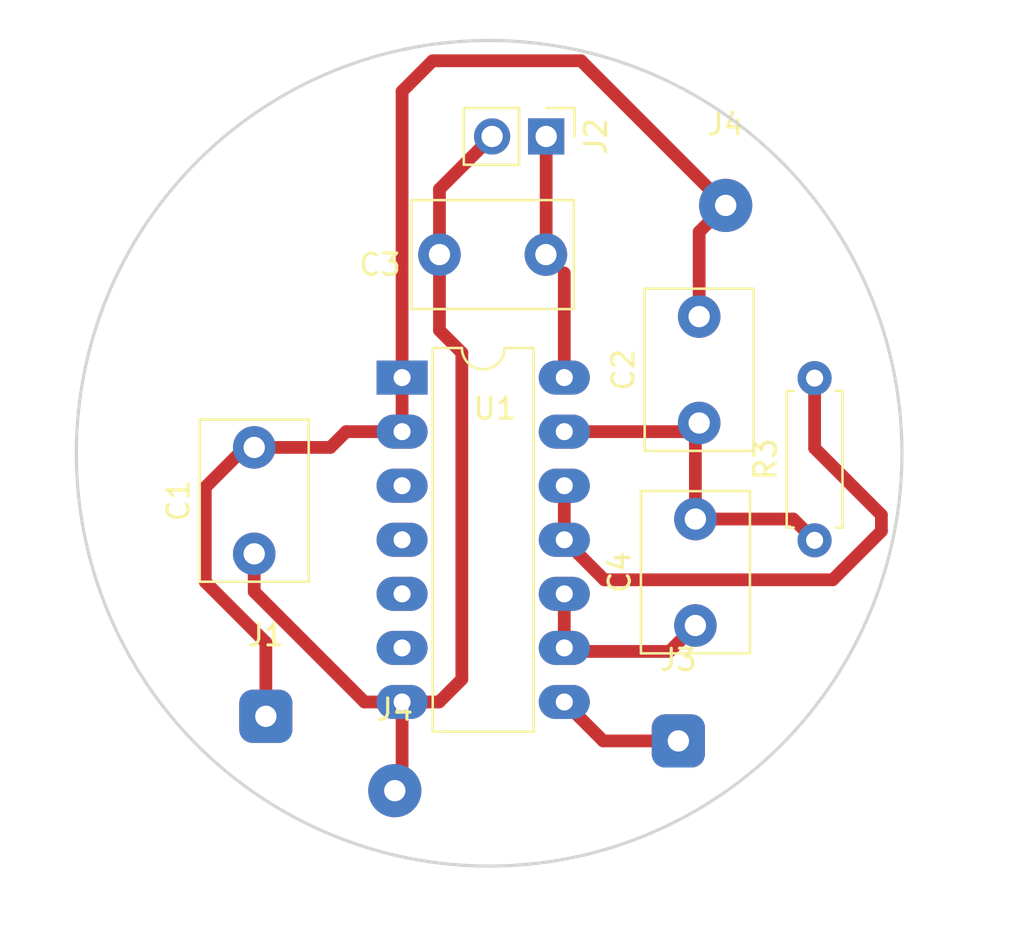
<source format=kicad_pcb>
(kicad_pcb (version 20211014) (generator pcbnew)
  (layers (0 "F.Cu" signal) (31 "B.Cu" signal) (34 "B.Paste" user) (35 "F.Paste" user) (36 "B.SilkS" user "B.Silkscreen") (37 "F.SilkS" user "F.Silkscreen") (38 "B.Mask" user) (39 "F.Mask" user) (44 "Edge.Cuts" user))
  (net 0 "")
  (net 1 "Net-(C1-Pad1)")
  (net 2 "Net-(C2-Pad1)")
  (net 3 "Net-(C2-Pad2)")
  (net 4 "GND")
  (net 5 "VCC")
  (net 6 "Net-(C4-Pad1)")
  (net 7 "Net-(J3-Pad1)")
  (net 8 "Net-(R2-Pad2)")
  (net 9 "Net-(R3-Pad2)")
  (footprint "Wire_Pads:SolderWirePad_single_1mmDrill" (layer "F.Cu") (at 127.762 107.95)
    (fp_text reference "J4" (at 0 -3.81) (layer "F.SilkS"))
    (fp_text value " ")
    (pad "1" thru_hole circle locked (at 0 0) (size 2.49936 2.49936) (drill 1.00076) (layers *.Cu *.Mask) (net 4 "GND"))
  )
  (footprint "Wire_Pads:SolderWirePad_single_1mmDrill" (layer "F.Cu") (at 143.3068 80.4545)
    (fp_text reference "J4" (at 0 -3.81) (layer "F.SilkS"))
    (fp_text value " ")
    (pad "1" thru_hole circle locked (at 0 0) (size 2.49936 2.49936) (drill 1.00076) (layers *.Cu *.Mask) (net 3 "Net-(C2-Pad2)"))
  )
  (footprint "Capacitors_ThroughHole:C_Disc_D7.5mm_W5.0mm_P5.00mm" (layer "F.Cu") (at 121.158 96.8248 90)
    (fp_text reference "C1" (at 2.5 -3.56 90) (layer "F.SilkS"))
    (fp_text value "10pF")
    (fp_line (start -1.31 -2.56) (end 6.31 -2.56) (layer "F.SilkS") (width 0.12))
    (fp_line (start -1.31 -2.56) (end -1.31 2.56) (layer "F.SilkS") (width 0.12))
    (fp_line (start 6.31 -2.56) (end 6.31 2.56) (layer "F.SilkS") (width 0.12))
    (fp_line (start -1.31 2.56) (end 6.31 2.56) (layer "F.SilkS") (width 0.12))
    (pad "1" thru_hole circle locked (at 0 0 90) (size 2 2) (drill 1) (layers *.Cu *.Mask) (net 4 "GND"))
    (pad "2" thru_hole circle locked (at 5 0 90) (size 2 2) (drill 1) (layers *.Cu *.Mask) (net 3 "Net-(C2-Pad2)"))
  )
  (footprint "Capacitors_ThroughHole:C_Disc_D7.5mm_W5.0mm_P5.00mm" (layer "F.Cu") (at 142.0622 90.678 90)
    (fp_text reference "C2" (at 2.5 -3.56 90) (layer "F.SilkS"))
    (fp_text value "33pF")
    (fp_line (start -1.31 -2.56) (end -1.31 2.56) (layer "F.SilkS") (width 0.12))
    (fp_line (start -1.31 2.56) (end 6.31 2.56) (layer "F.SilkS") (width 0.12))
    (fp_line (start 6.31 -2.56) (end 6.31 2.56) (layer "F.SilkS") (width 0.12))
    (fp_line (start -1.31 -2.56) (end 6.31 -2.56) (layer "F.SilkS") (width 0.12))
    (pad "1" thru_hole circle locked (at 0 0 90) (size 2 2) (drill 1) (layers *.Cu *.Mask) (net 2 "Net-(C2-Pad1)"))
    (pad "2" thru_hole circle locked (at 5 0 90) (size 2 2) (drill 1) (layers *.Cu *.Mask) (net 3 "Net-(C2-Pad2)"))
  )
  (footprint "Capacitors_ThroughHole:C_Disc_D7.5mm_W5.0mm_P5.00mm" (layer "F.Cu") (at 134.8613 82.7659 180)
    (fp_text reference "C3" (at 7.7978 -0.4699 180) (layer "F.SilkS"))
    (fp_text value "100nF")
    (fp_line (start -1.31 2.56) (end 6.31 2.56) (layer "F.SilkS") (width 0.12))
    (fp_line (start 6.31 -2.56) (end 6.31 2.56) (layer "F.SilkS") (width 0.12))
    (fp_line (start -1.31 -2.56) (end 6.31 -2.56) (layer "F.SilkS") (width 0.12))
    (fp_line (start -1.31 -2.56) (end -1.31 2.56) (layer "F.SilkS") (width 0.12))
    (pad "1" thru_hole circle locked (at 0 0 180) (size 2 2) (drill 1) (layers *.Cu *.Mask) (net 5 "VCC"))
    (pad "2" thru_hole circle locked (at 5 0 180) (size 2 2) (drill 1) (layers *.Cu *.Mask) (net 4 "GND"))
  )
  (footprint "Capacitors_ThroughHole:C_Disc_D7.5mm_W5.0mm_P5.00mm" (layer "F.Cu") (at 141.8844 100.1903 90)
    (fp_text reference "C4" (at 2.5 -3.56 90) (layer "F.SilkS"))
    (fp_text value "10pF")
    (fp_line (start -1.31 -2.56) (end 6.31 -2.56) (layer "F.SilkS") (width 0.12))
    (fp_line (start 6.31 -2.56) (end 6.31 2.56) (layer "F.SilkS") (width 0.12))
    (fp_line (start -1.31 2.56) (end 6.31 2.56) (layer "F.SilkS") (width 0.12))
    (fp_line (start -1.31 -2.56) (end -1.31 2.56) (layer "F.SilkS") (width 0.12))
    (pad "1" thru_hole circle locked (at 0 0 90) (size 2 2) (drill 1) (layers *.Cu *.Mask) (net 6 "Net-(C4-Pad1)"))
    (pad "2" thru_hole circle locked (at 5 0 90) (size 2 2) (drill 1) (layers *.Cu *.Mask) (net 2 "Net-(C2-Pad1)"))
  )
  (footprint "Wire_Pads:SolderWirePad_single_1mmDrill" (layer "F.Cu") (at 121.7041 104.4575)
    (fp_text reference "J1" (at 0 -3.81) (layer "F.SilkS"))
    (fp_text value " ")
    (pad "1" thru_hole roundrect locked (at 0 0) (size 2.49936 2.49936) (drill 1.00076) (layers *.Cu *.Mask) (net 3 "Net-(C2-Pad2)"))
  )
  (footprint "Pin_Headers:Pin_Header_Straight_1x02_Pitch2.54mm" (layer "F.Cu") (at 134.874 77.216 -90)
    (fp_text reference "J2" (at 0 -2.33 -90) (layer "F.SilkS"))
    (fp_text value " ")
    (fp_line (start -1.33 0) (end -1.33 -1.33) (layer "F.SilkS") (width 0.12))
    (fp_line (start -1.33 3.87) (end 1.33 3.87) (layer "F.SilkS") (width 0.12))
    (fp_line (start -1.33 -1.33) (end 0 -1.33) (layer "F.SilkS") (width 0.12))
    (fp_line (start -1.33 1.27) (end 1.33 1.27) (layer "F.SilkS") (width 0.12))
    (fp_line (start 1.33 1.27) (end 1.33 3.87) (layer "F.SilkS") (width 0.12))
    (fp_line (start -1.33 1.27) (end -1.33 3.87) (layer "F.SilkS") (width 0.12))
    (pad "1" thru_hole rect locked (at 0 0 270) (size 1.7 1.7) (drill 1) (layers *.Cu *.Mask) (net 5 "VCC"))
    (pad "2" thru_hole oval locked (at 0 2.54 270) (size 1.7 1.7) (drill 1) (layers *.Cu *.Mask) (net 4 "GND"))
  )
  (footprint "Wire_Pads:SolderWirePad_single_1mmDrill" (layer "F.Cu") (at 141.0843 105.6132)
    (fp_text reference "J3" (at 0 -3.81) (layer "F.SilkS"))
    (fp_text value " ")
    (pad "1" thru_hole roundrect locked (at 0 0) (size 2.49936 2.49936) (drill 1.00076) (layers *.Cu *.Mask) (net 7 "Net-(J3-Pad1)"))
  )
  (footprint "Resistors_ThroughHole:R_Axial_DIN0207_L6.3mm_D2.5mm_P7.62mm_Horizontal" (layer "F.Cu") (at 147.4851 96.1898 90)
    (fp_text reference "R3" (at 3.81 -2.31 90) (layer "F.SilkS"))
    (fp_text value "1K")
    (fp_line (start 7.02 1.31) (end 7.02 0.98) (layer "F.SilkS") (width 0.12))
    (fp_line (start 0.6 1.31) (end 7.02 1.31) (layer "F.SilkS") (width 0.12))
    (fp_line (start 7.02 -1.31) (end 7.02 -0.98) (layer "F.SilkS") (width 0.12))
    (fp_line (start 0.6 0.98) (end 0.6 1.31) (layer "F.SilkS") (width 0.12))
    (fp_line (start 0.6 -1.31) (end 7.02 -1.31) (layer "F.SilkS") (width 0.12))
    (fp_line (start 0.6 -0.98) (end 0.6 -1.31) (layer "F.SilkS") (width 0.12))
    (pad "1" thru_hole circle locked (at 0 0 90) (size 1.6 1.6) (drill 0.8) (layers *.Cu *.Mask) (net 2 "Net-(C2-Pad1)"))
    (pad "2" thru_hole oval locked (at 7.62 0 90) (size 1.6 1.6) (drill 0.8) (layers *.Cu *.Mask) (net 9 "Net-(R3-Pad2)"))
  )
  (footprint "Housings_DIP:DIP-14_W7.62mm_LongPads" (layer "F.Cu") (at 128.1049 88.5444)
    (fp_text reference "U1" (at 4.3561 1.4478) (layer "F.SilkS"))
    (fp_text value "74HC04")
    (fp_line (start 2.81 -1.39) (end 1.44 -1.39) (layer "F.SilkS") (width 0.12))
    (fp_line (start 1.44 16.63) (end 6.18 16.63) (layer "F.SilkS") (width 0.12))
    (fp_line (start 1.44 -1.39) (end 1.44 16.63) (layer "F.SilkS") (width 0.12))
    (fp_line (start 6.18 16.63) (end 6.18 -1.39) (layer "F.SilkS") (width 0.12))
    (fp_line (start 6.18 -1.39) (end 4.81 -1.39) (layer "F.SilkS") (width 0.12))
    (fp_arc (start 4.81 -1.39) (mid 3.81 -0.39) (end 2.81 -1.39) (layer "F.SilkS") (width 0.12))
    (pad "1" thru_hole rect locked (at 0 0) (size 2.4 1.6) (drill 0.8) (layers *.Cu *.Mask) (net 3 "Net-(C2-Pad2)"))
    (pad "2" thru_hole oval locked (at 0 2.54) (size 2.4 1.6) (drill 0.8) (layers *.Cu *.Mask) (net 3 "Net-(C2-Pad2)"))
    (pad "3" thru_hole oval locked (at 0 5.08) (size 2.4 1.6) (drill 0.8) (layers *.Cu *.Mask) (net 1 "Net-(C1-Pad1)"))
    (pad "4" thru_hole oval locked (at 0 7.62) (size 2.4 1.6) (drill 0.8) (layers *.Cu *.Mask) (net 1 "Net-(C1-Pad1)"))
    (pad "5" thru_hole oval locked (at 0 10.16) (size 2.4 1.6) (drill 0.8) (layers *.Cu *.Mask) (net 8 "Net-(R2-Pad2)"))
    (pad "6" thru_hole oval locked (at 0 12.7) (size 2.4 1.6) (drill 0.8) (layers *.Cu *.Mask) (net 8 "Net-(R2-Pad2)"))
    (pad "7" thru_hole oval locked (at 0 15.24) (size 2.4 1.6) (drill 0.8) (layers *.Cu *.Mask) (net 4 "GND"))
    (pad "8" thru_hole oval locked (at 7.62 15.24) (size 2.4 1.6) (drill 0.8) (layers *.Cu *.Mask) (net 7 "Net-(J3-Pad1)"))
    (pad "9" thru_hole oval locked (at 7.62 12.7) (size 2.4 1.6) (drill 0.8) (layers *.Cu *.Mask) (net 6 "Net-(C4-Pad1)"))
    (pad "10" thru_hole oval locked (at 7.62 10.16) (size 2.4 1.6) (drill 0.8) (layers *.Cu *.Mask) (net 6 "Net-(C4-Pad1)"))
    (pad "11" thru_hole oval locked (at 7.62 7.62) (size 2.4 1.6) (drill 0.8) (layers *.Cu *.Mask) (net 9 "Net-(R3-Pad2)"))
    (pad "12" thru_hole oval locked (at 7.62 5.08) (size 2.4 1.6) (drill 0.8) (layers *.Cu *.Mask) (net 9 "Net-(R3-Pad2)"))
    (pad "13" thru_hole oval locked (at 7.62 2.54) (size 2.4 1.6) (drill 0.8) (layers *.Cu *.Mask) (net 2 "Net-(C2-Pad1)"))
    (pad "14" thru_hole oval locked (at 7.62 0) (size 2.4 1.6) (drill 0.8) (layers *.Cu *.Mask) (net 5 "VCC"))
  )
  (gr_circle (center 132.1943 92.1004) (end 151.587545 92.1004) (layer "Edge.Cuts") (width 0.15) (fill none))
  (segment (start 146.4856 95.1903) (end 147.4851 96.1898) (width 0.6) (layer "F.Cu") (net 2))
  (segment (start 141.8844 90.8558) (end 142.0622 90.678) (width 0.6) (layer "F.Cu") (net 2))
  (segment (start 141.6558 91.0844) (end 142.0622 90.678) (width 0.6) (layer "F.Cu") (net 2))
  (segment (start 135.7249 91.0844) (end 141.6558 91.0844) (width 0.6) (layer "F.Cu") (net 2))
  (segment (start 141.8844 95.1903) (end 141.8844 90.8558) (width 0.6) (layer "F.Cu") (net 2))
  (segment (start 141.8844 95.1903) (end 146.4856 95.1903) (width 0.6) (layer "F.Cu") (net 2))
  (segment (start 121.7041 100.9904) (end 118.8593 98.1456) (width 0.6) (layer "F.Cu") (net 3))
  (segment (start 118.8593 98.1456) (end 118.8593 93.7006) (width 0.6) (layer "F.Cu") (net 3))
  (segment (start 118.8593 93.7006) (end 120.7351 91.8248) (width 0.6) (layer "F.Cu") (net 3))
  (segment (start 120.7351 91.8248) (end 121.158 91.8248) (width 0.6) (layer "F.Cu") (net 3))
  (segment (start 124.7356 91.8248) (end 125.476 91.0844) (width 0.6) (layer "F.Cu") (net 3))
  (segment (start 125.476 91.0844) (end 128.1049 91.0844) (width 0.6) (layer "F.Cu") (net 3))
  (segment (start 142.0622 81.6991) (end 143.3068 80.4545) (width 0.6) (layer "F.Cu") (net 3))
  (segment (start 121.158 91.8248) (end 124.7356 91.8248) (width 0.6) (layer "F.Cu") (net 3))
  (segment (start 128.1049 75.0951) (end 128.1049 88.5444) (width 0.6) (layer "F.Cu") (net 3))
  (segment (start 142.0622 85.678) (end 142.0622 81.6991) (width 0.6) (layer "F.Cu") (net 3))
  (segment (start 143.3068 80.4545) (end 136.5123 73.66) (width 0.6) (layer "F.Cu") (net 3))
  (segment (start 128.1049 91.0844) (end 128.1049 88.5444) (width 0.6) (layer "F.Cu") (net 3))
  (segment (start 136.5123 73.66) (end 129.54 73.66) (width 0.6) (layer "F.Cu") (net 3))
  (segment (start 129.54 73.66) (end 128.1049 75.0951) (width 0.6) (layer "F.Cu") (net 3))
  (segment (start 121.7041 104.4575) (end 121.7041 100.9904) (width 0.6) (layer "F.Cu") (net 3))
  (segment (start 129.8613 86.3257) (end 130.9116 87.376) (width 0.6) (layer "F.Cu") (net 4))
  (segment (start 130.9116 87.376) (end 130.9116 102.7176) (width 0.6) (layer "F.Cu") (net 4))
  (segment (start 130.9116 102.7176) (end 129.8448 103.7844) (width 0.6) (layer "F.Cu") (net 4))
  (segment (start 129.8448 103.7844) (end 128.1049 103.7844) (width 0.6) (layer "F.Cu") (net 4))
  (segment (start 126.3396 103.7844) (end 121.158 98.6028) (width 0.6) (layer "F.Cu") (net 4))
  (segment (start 121.158 98.6028) (end 121.158 96.8248) (width 0.6) (layer "F.Cu") (net 4))
  (segment (start 129.8613 82.7659) (end 129.8613 79.6887) (width 0.6) (layer "F.Cu") (net 4))
  (segment (start 128.1049 103.7844) (end 128.1049 107.6071) (width 0.6) (layer "F.Cu") (net 4))
  (segment (start 128.1049 107.6071) (end 127.762 107.95) (width 0.6) (layer "F.Cu") (net 4))
  (segment (start 128.1049 103.7844) (end 126.3396 103.7844) (width 0.6) (layer "F.Cu") (net 4))
  (segment (start 129.8613 79.6887) (end 132.334 77.216) (width 0.6) (layer "F.Cu") (net 4))
  (segment (start 129.8613 82.7659) (end 129.8613 86.3257) (width 0.6) (layer "F.Cu") (net 4))
  (segment (start 134.874 82.7532) (end 134.8613 82.7659) (width 0.6) (layer "F.Cu") (net 5))
  (segment (start 134.874 77.216) (end 134.874 82.7532) (width 0.6) (layer "F.Cu") (net 5))
  (segment (start 135.7249 88.5444) (end 135.7249 83.6295) (width 0.6) (layer "F.Cu") (net 5))
  (segment (start 135.7249 101.2444) (end 135.89 101.4095) (width 0.6) (layer "F.Cu") (net 6))
  (segment (start 135.89 101.4095) (end 140.6652 101.4095) (width 0.6) (layer "F.Cu") (net 6))
  (segment (start 140.6652 101.4095) (end 141.8844 100.1903) (width 0.6) (layer "F.Cu") (net 6))
  (segment (start 135.7249 98.7044) (end 135.7249 101.2444) (width 0.6) (layer "F.Cu") (net 6))
  (segment (start 137.5537 105.6132) (end 135.7249 103.7844) (width 0.6) (layer "F.Cu") (net 7))
  (segment (start 141.0843 105.6132) (end 137.5537 105.6132) (width 0.6) (layer "F.Cu") (net 7))
  (segment (start 150.622 94.996) (end 147.4851 91.8591) (width 0.6) (layer "F.Cu") (net 9))
  (segment (start 135.7249 93.6244) (end 135.7249 96.1644) (width 0.6) (layer "F.Cu") (net 9))
  (segment (start 137.6045 98.044) (end 148.336 98.044) (width 0.6) (layer "F.Cu") (net 9))
  (segment (start 147.32 88.9) (end 147.32 88.7349) (width 0.6) (layer "F.Cu") (net 9))
  (segment (start 147.4851 91.8591) (end 147.4851 88.5698) (width 0.6) (layer "F.Cu") (net 9))
  (segment (start 150.622 95.758) (end 150.622 94.996) (width 0.6) (layer "F.Cu") (net 9))
  (segment (start 135.7249 96.1644) (end 137.6045 98.044) (width 0.6) (layer "F.Cu") (net 9))
  (segment (start 147.32 88.7349) (end 147.4851 88.5698) (width 0.6) (layer "F.Cu") (net 9))
  (segment (start 148.336 98.044) (end 150.622 95.758) (width 0.6) (layer "F.Cu") (net 9))
)
</source>
